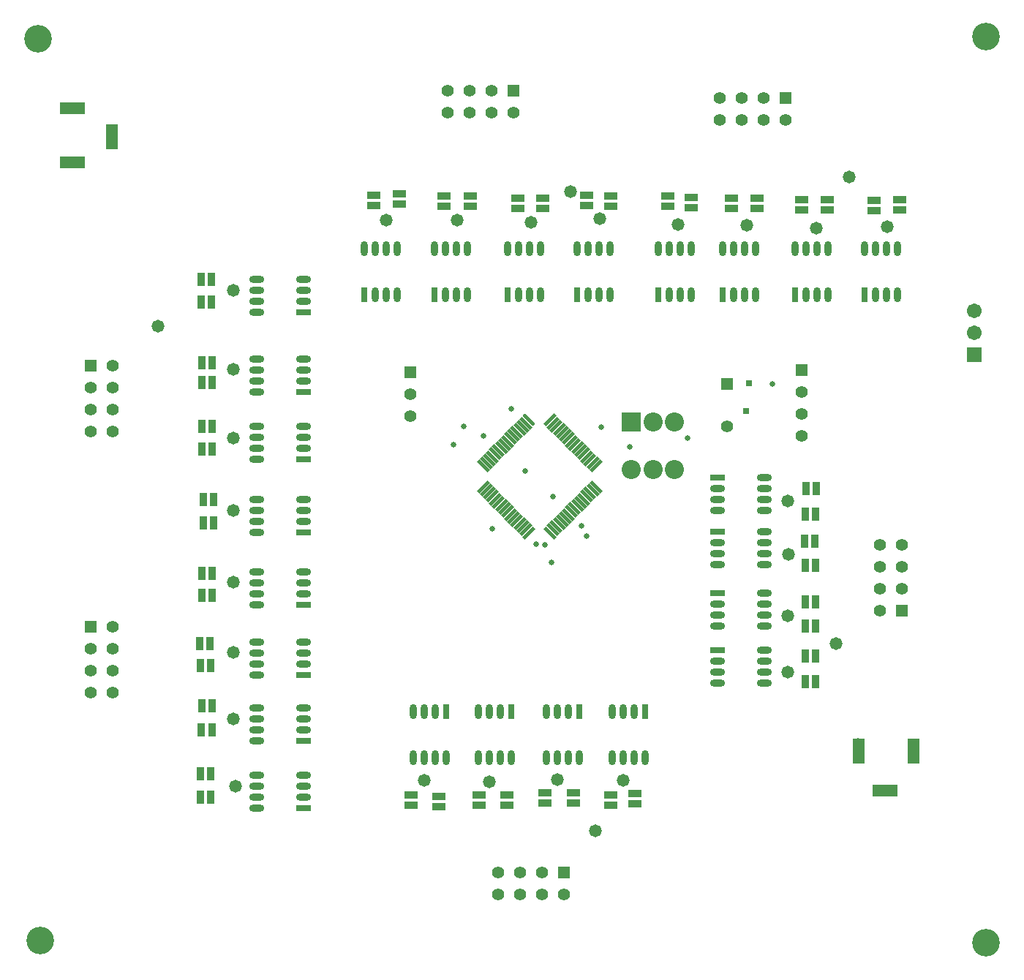
<source format=gts>
G04*
G04 #@! TF.GenerationSoftware,Altium Limited,Altium Designer,19.1.5 (86)*
G04*
G04 Layer_Color=8388736*
%FSLAX44Y44*%
%MOMM*%
G71*
G01*
G75*
%ADD23R,1.5032X0.9032*%
%ADD24R,0.9032X1.5032*%
%ADD25R,0.8032X1.7532*%
%ADD26O,0.8032X1.7532*%
%ADD27R,1.7532X0.8032*%
%ADD28O,1.7532X0.8032*%
G04:AMPARAMS|DCode=29|XSize=0.4532mm|YSize=1.7532mm|CornerRadius=0mm|HoleSize=0mm|Usage=FLASHONLY|Rotation=315.000|XOffset=0mm|YOffset=0mm|HoleType=Round|Shape=Rectangle|*
%AMROTATEDRECTD29*
4,1,4,-0.7801,-0.4596,0.4596,0.7801,0.7801,0.4596,-0.4596,-0.7801,-0.7801,-0.4596,0.0*
%
%ADD29ROTATEDRECTD29*%

G04:AMPARAMS|DCode=30|XSize=0.4532mm|YSize=1.7532mm|CornerRadius=0mm|HoleSize=0mm|Usage=FLASHONLY|Rotation=45.000|XOffset=0mm|YOffset=0mm|HoleType=Round|Shape=Rectangle|*
%AMROTATEDRECTD30*
4,1,4,0.4596,-0.7801,-0.7801,0.4596,-0.4596,0.7801,0.7801,-0.4596,0.4596,-0.7801,0.0*
%
%ADD30ROTATEDRECTD30*%

G04:AMPARAMS|DCode=31|XSize=0.4532mm|YSize=1.7532mm|CornerRadius=0mm|HoleSize=0mm|Usage=FLASHONLY|Rotation=45.000|XOffset=0mm|YOffset=0mm|HoleType=Round|Shape=Round|*
%AMOVALD31*
21,1,1.3000,0.4532,0.0000,0.0000,135.0*
1,1,0.4532,0.4596,-0.4596*
1,1,0.4532,-0.4596,0.4596*
%
%ADD31OVALD31*%

%ADD32R,0.8032X0.7032*%
%ADD33R,1.4032X1.4032*%
%ADD34C,1.4032*%
%ADD35R,2.2032X2.2032*%
%ADD36C,2.2032*%
%ADD37C,3.2032*%
%ADD38R,1.7032X1.7032*%
%ADD39C,1.7032*%
%ADD40R,2.9032X1.4032*%
%ADD41R,1.4032X2.9032*%
%ADD42R,1.4032X1.4032*%
%ADD43C,0.6604*%
%ADD44C,1.4732*%
D23*
X1399540Y973170D02*
D03*
Y985170D02*
D03*
X1134110Y290480D02*
D03*
Y278480D02*
D03*
X1502410Y970630D02*
D03*
Y982630D02*
D03*
X1333500Y973170D02*
D03*
Y985170D02*
D03*
X1254760Y970630D02*
D03*
Y982630D02*
D03*
X1305560Y974440D02*
D03*
Y986440D02*
D03*
X1059180Y974440D02*
D03*
Y986440D02*
D03*
X1170940Y973170D02*
D03*
Y985170D02*
D03*
X1140460Y973170D02*
D03*
Y985170D02*
D03*
X1225550Y970630D02*
D03*
Y982630D02*
D03*
X1667510Y969360D02*
D03*
Y981360D02*
D03*
X1088390Y975710D02*
D03*
Y987710D02*
D03*
X1638300Y968090D02*
D03*
Y980090D02*
D03*
X1473200Y970630D02*
D03*
Y982630D02*
D03*
X1426210Y971900D02*
D03*
Y983900D02*
D03*
X1554480Y969360D02*
D03*
Y981360D02*
D03*
X1583690Y969360D02*
D03*
Y981360D02*
D03*
X1102360Y291750D02*
D03*
Y279750D02*
D03*
X1181100Y292100D02*
D03*
Y280100D02*
D03*
X1257300Y294640D02*
D03*
Y282640D02*
D03*
X1333500Y291750D02*
D03*
Y279750D02*
D03*
X1212850Y292100D02*
D03*
Y280100D02*
D03*
X1290320Y294290D02*
D03*
Y282290D02*
D03*
X1361440Y293370D02*
D03*
Y281370D02*
D03*
D24*
X1558640Y617220D02*
D03*
X1570640D02*
D03*
X1558990Y646430D02*
D03*
X1570990D02*
D03*
X869950Y289560D02*
D03*
X857950D02*
D03*
X1558290Y557530D02*
D03*
X1570290D02*
D03*
X1557370Y585470D02*
D03*
X1569370D02*
D03*
X1558640Y487680D02*
D03*
X1570640D02*
D03*
X1558290Y515620D02*
D03*
X1570290D02*
D03*
X869250Y467360D02*
D03*
X857250D02*
D03*
X871790Y523240D02*
D03*
X859790D02*
D03*
X871790Y548640D02*
D03*
X859790D02*
D03*
X871440Y367030D02*
D03*
X859440D02*
D03*
X870170Y441960D02*
D03*
X858170D02*
D03*
X873410Y607060D02*
D03*
X861410D02*
D03*
X872140Y718820D02*
D03*
X860140D02*
D03*
X872140Y792480D02*
D03*
X860140D02*
D03*
X869950Y316230D02*
D03*
X857950D02*
D03*
X871790Y394970D02*
D03*
X859790D02*
D03*
X873410Y633730D02*
D03*
X861410D02*
D03*
X872140Y692150D02*
D03*
X860140D02*
D03*
X872140Y769620D02*
D03*
X860140D02*
D03*
X871220Y862330D02*
D03*
X859220D02*
D03*
X871220Y889000D02*
D03*
X859220D02*
D03*
X1558640Y452820D02*
D03*
X1570640D02*
D03*
X1558640Y422910D02*
D03*
X1570640D02*
D03*
D25*
X1626870Y870560D02*
D03*
X1372870Y388620D02*
D03*
X1296670D02*
D03*
X1217930D02*
D03*
X1143000D02*
D03*
X1214120Y870560D02*
D03*
X1294130D02*
D03*
X1388110D02*
D03*
X1463040D02*
D03*
X1047750D02*
D03*
X1129030D02*
D03*
X1546860D02*
D03*
D26*
X1639570D02*
D03*
X1652270D02*
D03*
X1664970D02*
D03*
X1626870Y924560D02*
D03*
X1639570D02*
D03*
X1652270D02*
D03*
X1664970D02*
D03*
X1360170Y388620D02*
D03*
X1347470D02*
D03*
X1334770D02*
D03*
X1372870Y334620D02*
D03*
X1360170D02*
D03*
X1347470D02*
D03*
X1334770D02*
D03*
X1283970Y388620D02*
D03*
X1271270D02*
D03*
X1258570D02*
D03*
X1296670Y334620D02*
D03*
X1283970D02*
D03*
X1271270D02*
D03*
X1258570D02*
D03*
X1205230Y388620D02*
D03*
X1192530D02*
D03*
X1179830D02*
D03*
X1217930Y334620D02*
D03*
X1205230D02*
D03*
X1192530D02*
D03*
X1179830D02*
D03*
X1130300Y388620D02*
D03*
X1117600D02*
D03*
X1104900D02*
D03*
X1143000Y334620D02*
D03*
X1130300D02*
D03*
X1117600D02*
D03*
X1104900D02*
D03*
X1226820Y870560D02*
D03*
X1239520D02*
D03*
X1252220D02*
D03*
X1214120Y924560D02*
D03*
X1226820D02*
D03*
X1239520D02*
D03*
X1252220D02*
D03*
X1306830Y870560D02*
D03*
X1319530D02*
D03*
X1332230D02*
D03*
X1294130Y924560D02*
D03*
X1306830D02*
D03*
X1319530D02*
D03*
X1332230D02*
D03*
X1400810Y870560D02*
D03*
X1413510D02*
D03*
X1426210D02*
D03*
X1388110Y924560D02*
D03*
X1400810D02*
D03*
X1413510D02*
D03*
X1426210D02*
D03*
X1475740Y870560D02*
D03*
X1488440D02*
D03*
X1501140D02*
D03*
X1463040Y924560D02*
D03*
X1475740D02*
D03*
X1488440D02*
D03*
X1501140D02*
D03*
X1060450Y870560D02*
D03*
X1073150D02*
D03*
X1085850D02*
D03*
X1047750Y924560D02*
D03*
X1060450D02*
D03*
X1073150D02*
D03*
X1085850D02*
D03*
X1141730Y870560D02*
D03*
X1154430D02*
D03*
X1167130D02*
D03*
X1129030Y924560D02*
D03*
X1141730D02*
D03*
X1154430D02*
D03*
X1167130D02*
D03*
X1559560Y870560D02*
D03*
X1572260D02*
D03*
X1584960D02*
D03*
X1546860Y924560D02*
D03*
X1559560D02*
D03*
X1572260D02*
D03*
X1584960D02*
D03*
D27*
X1457300Y659130D02*
D03*
Y525780D02*
D03*
Y459740D02*
D03*
X977900Y276860D02*
D03*
Y354330D02*
D03*
Y430530D02*
D03*
Y511810D02*
D03*
Y595630D02*
D03*
Y680720D02*
D03*
Y758190D02*
D03*
Y850900D02*
D03*
X1457300Y596900D02*
D03*
D28*
Y646430D02*
D03*
Y633730D02*
D03*
Y621030D02*
D03*
X1511300Y659130D02*
D03*
Y646430D02*
D03*
Y633730D02*
D03*
Y621030D02*
D03*
X1457300Y513080D02*
D03*
Y500380D02*
D03*
Y487680D02*
D03*
X1511300Y525780D02*
D03*
Y513080D02*
D03*
Y500380D02*
D03*
Y487680D02*
D03*
X1457300Y447040D02*
D03*
Y434340D02*
D03*
Y421640D02*
D03*
X1511300Y459740D02*
D03*
Y447040D02*
D03*
Y434340D02*
D03*
Y421640D02*
D03*
X977900Y289560D02*
D03*
Y302260D02*
D03*
Y314960D02*
D03*
X923900Y276860D02*
D03*
Y289560D02*
D03*
Y302260D02*
D03*
Y314960D02*
D03*
X977900Y367030D02*
D03*
Y379730D02*
D03*
Y392430D02*
D03*
X923900Y354330D02*
D03*
Y367030D02*
D03*
Y379730D02*
D03*
Y392430D02*
D03*
X977900Y443230D02*
D03*
Y455930D02*
D03*
Y468630D02*
D03*
X923900Y430530D02*
D03*
Y443230D02*
D03*
Y455930D02*
D03*
Y468630D02*
D03*
X977900Y524510D02*
D03*
Y537210D02*
D03*
Y549910D02*
D03*
X923900Y511810D02*
D03*
Y524510D02*
D03*
Y537210D02*
D03*
Y549910D02*
D03*
X977900Y608330D02*
D03*
Y621030D02*
D03*
Y633730D02*
D03*
X923900Y595630D02*
D03*
Y608330D02*
D03*
Y621030D02*
D03*
Y633730D02*
D03*
X977900Y693420D02*
D03*
Y706120D02*
D03*
Y718820D02*
D03*
X923900Y680720D02*
D03*
Y693420D02*
D03*
Y706120D02*
D03*
Y718820D02*
D03*
X977900Y770890D02*
D03*
Y783590D02*
D03*
Y796290D02*
D03*
X923900Y758190D02*
D03*
Y770890D02*
D03*
Y783590D02*
D03*
Y796290D02*
D03*
X977900Y863600D02*
D03*
Y876300D02*
D03*
Y889000D02*
D03*
X923900Y850900D02*
D03*
Y863600D02*
D03*
Y876300D02*
D03*
Y889000D02*
D03*
X1457300Y584200D02*
D03*
Y571500D02*
D03*
Y558800D02*
D03*
X1511300Y596900D02*
D03*
Y584200D02*
D03*
Y571500D02*
D03*
Y558800D02*
D03*
D29*
X1263031Y725789D02*
D03*
X1266567Y722253D02*
D03*
X1270102Y718718D02*
D03*
X1273638Y715182D02*
D03*
X1277173Y711647D02*
D03*
X1280709Y708111D02*
D03*
X1284245Y704576D02*
D03*
X1287780Y701040D02*
D03*
X1291315Y697505D02*
D03*
X1294851Y693969D02*
D03*
X1298387Y690433D02*
D03*
X1301922Y686898D02*
D03*
X1305458Y683362D02*
D03*
X1308993Y679827D02*
D03*
X1312529Y676291D02*
D03*
X1316064Y672756D02*
D03*
X1238565Y595257D02*
D03*
X1235030Y598792D02*
D03*
X1231494Y602328D02*
D03*
X1227959Y605864D02*
D03*
X1224423Y609399D02*
D03*
X1220888Y612935D02*
D03*
X1217352Y616470D02*
D03*
X1213817Y620006D02*
D03*
X1210281Y623541D02*
D03*
X1206746Y627077D02*
D03*
X1203210Y630612D02*
D03*
X1199675Y634148D02*
D03*
X1196139Y637683D02*
D03*
X1192604Y641219D02*
D03*
X1189068Y644754D02*
D03*
X1185533Y648290D02*
D03*
D30*
X1316064D02*
D03*
X1312529Y644754D02*
D03*
X1308993Y641219D02*
D03*
X1305458Y637683D02*
D03*
X1301922Y634148D02*
D03*
X1298387Y630612D02*
D03*
X1294851Y627077D02*
D03*
X1291315Y623541D02*
D03*
X1287780Y620006D02*
D03*
X1284245Y616470D02*
D03*
X1280709Y612935D02*
D03*
X1277173Y609399D02*
D03*
X1273638Y605864D02*
D03*
X1270102Y602328D02*
D03*
X1266567Y598792D02*
D03*
X1263031Y595257D02*
D03*
X1185533Y672756D02*
D03*
X1189068Y676291D02*
D03*
X1192604Y679827D02*
D03*
X1196139Y683362D02*
D03*
X1199675Y686898D02*
D03*
X1203210Y690433D02*
D03*
X1206746Y693969D02*
D03*
X1210281Y697505D02*
D03*
X1213817Y701040D02*
D03*
X1217352Y704576D02*
D03*
X1220888Y708111D02*
D03*
X1224423Y711647D02*
D03*
X1227959Y715182D02*
D03*
X1231494Y718718D02*
D03*
X1235030Y722253D02*
D03*
D31*
X1238565Y725789D02*
D03*
D32*
X1493520Y768350D02*
D03*
X1489710Y736600D02*
D03*
D33*
X1554480Y783590D02*
D03*
X1101090Y781050D02*
D03*
X1670050Y505460D02*
D03*
X731520Y486410D02*
D03*
Y788670D02*
D03*
D34*
X1554480Y758190D02*
D03*
Y732790D02*
D03*
Y707390D02*
D03*
X1468120Y718820D02*
D03*
X1459230Y1073150D02*
D03*
X1484630D02*
D03*
X1510030D02*
D03*
X1535430D02*
D03*
X1459230Y1098550D02*
D03*
X1484630D02*
D03*
X1510030D02*
D03*
X1101090Y755650D02*
D03*
Y730250D02*
D03*
X1644650Y581660D02*
D03*
Y556260D02*
D03*
Y530860D02*
D03*
Y505460D02*
D03*
X1670050Y581660D02*
D03*
Y556260D02*
D03*
Y530860D02*
D03*
X1253490Y201930D02*
D03*
X1228090D02*
D03*
X1202690D02*
D03*
X1278890Y176530D02*
D03*
X1253490D02*
D03*
X1228090D02*
D03*
X1202690D02*
D03*
X731520Y461010D02*
D03*
Y435610D02*
D03*
Y410210D02*
D03*
X756920Y486410D02*
D03*
Y461010D02*
D03*
Y435610D02*
D03*
Y410210D02*
D03*
X731520Y763270D02*
D03*
Y737870D02*
D03*
Y712470D02*
D03*
X756920Y788670D02*
D03*
Y763270D02*
D03*
Y737870D02*
D03*
Y712470D02*
D03*
X1195070Y1107440D02*
D03*
X1169670D02*
D03*
X1144270D02*
D03*
X1220470Y1082040D02*
D03*
X1195070D02*
D03*
X1169670D02*
D03*
X1144270D02*
D03*
D35*
X1357160Y723900D02*
D03*
D36*
X1382160D02*
D03*
X1407160D02*
D03*
X1357160Y668900D02*
D03*
X1382160D02*
D03*
X1407160D02*
D03*
D37*
X670560Y1167130D02*
D03*
X1767840Y1169670D02*
D03*
Y120650D02*
D03*
X673100Y123190D02*
D03*
D38*
X1753870Y801370D02*
D03*
D39*
Y826770D02*
D03*
Y852170D02*
D03*
D40*
X709930Y1087050D02*
D03*
Y1024050D02*
D03*
X1650520Y296900D02*
D03*
D41*
X755930Y1054050D02*
D03*
X1683520Y342900D02*
D03*
X1620520D02*
D03*
D42*
X1468120Y767820D02*
D03*
X1535430Y1098550D02*
D03*
X1278890Y201930D02*
D03*
X1220470Y1107440D02*
D03*
D43*
X1163320Y718820D02*
D03*
X1264285Y560705D02*
D03*
X1355090Y694690D02*
D03*
X1520190Y767820D02*
D03*
X1422400Y704850D02*
D03*
X1234440Y666750D02*
D03*
X1621020Y353060D02*
D03*
X1619750Y354330D02*
D03*
X1299210Y603250D02*
D03*
X1266190Y637540D02*
D03*
X1257300Y581660D02*
D03*
X1246505Y582295D02*
D03*
X1305560Y591820D02*
D03*
X1196174Y599605D02*
D03*
X1186180Y707390D02*
D03*
X1217930Y739140D02*
D03*
X1322070Y717550D02*
D03*
X1151312Y696955D02*
D03*
D44*
X896620Y621030D02*
D03*
X1315720Y250190D02*
D03*
X1117600Y308610D02*
D03*
X1192530Y306680D02*
D03*
X1347470Y308610D02*
D03*
X1271270Y309880D02*
D03*
X1593850Y467360D02*
D03*
X1537970Y434340D02*
D03*
Y499110D02*
D03*
X1539240Y570230D02*
D03*
X1537970Y632460D02*
D03*
X1609090Y1007110D02*
D03*
X1653540Y949960D02*
D03*
X1570990Y948230D02*
D03*
X1490980Y951230D02*
D03*
X1410970Y952500D02*
D03*
X1286510Y990600D02*
D03*
X1320800Y958850D02*
D03*
X1240790Y955040D02*
D03*
X1155700Y957580D02*
D03*
X1073150D02*
D03*
X899160Y302260D02*
D03*
X896620Y379730D02*
D03*
Y457200D02*
D03*
Y538480D02*
D03*
Y704850D02*
D03*
X808990Y834390D02*
D03*
X896620Y784860D02*
D03*
Y876300D02*
D03*
M02*

</source>
